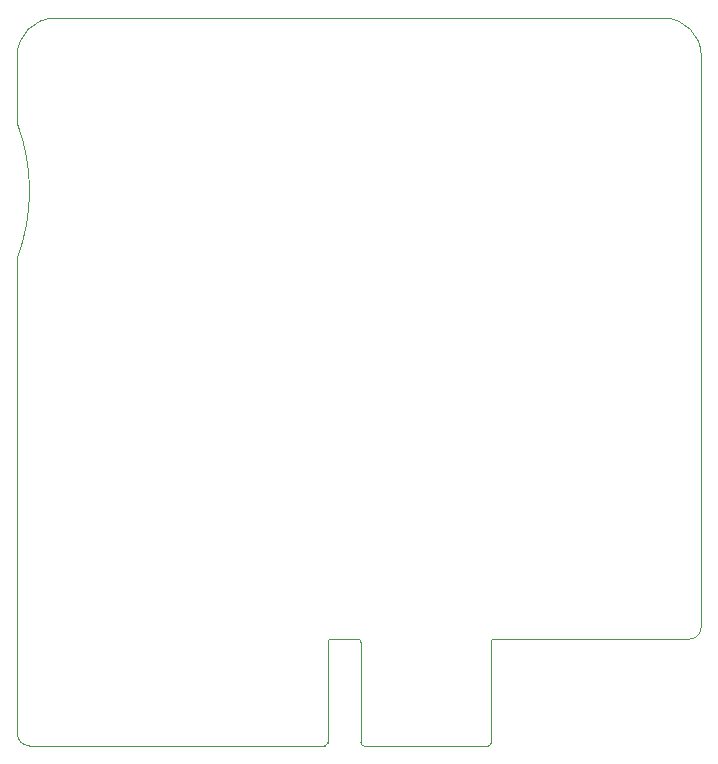
<source format=gm1>
%TF.GenerationSoftware,KiCad,Pcbnew,(5.1.8)-1*%
%TF.CreationDate,2021-04-05T21:14:37+02:00*%
%TF.ProjectId,ZX Cartridge 1983,5a582043-6172-4747-9269-646765203139,rev?*%
%TF.SameCoordinates,Original*%
%TF.FileFunction,Profile,NP*%
%FSLAX46Y46*%
G04 Gerber Fmt 4.6, Leading zero omitted, Abs format (unit mm)*
G04 Created by KiCad (PCBNEW (5.1.8)-1) date 2021-04-05 21:14:37*
%MOMM*%
%LPD*%
G01*
G04 APERTURE LIST*
%TA.AperFunction,Profile*%
%ADD10C,0.025400*%
%TD*%
G04 APERTURE END LIST*
D10*
X177165000Y-111633000D02*
G75*
G03*
X178181000Y-110617000I0J1016000D01*
G01*
X120269000Y-67945000D02*
X120269000Y-62230000D01*
X120269000Y-67945000D02*
G75*
G02*
X120269000Y-79374999I-15239999J-5715000D01*
G01*
X123444000Y-59055000D02*
X175006000Y-59055000D01*
X175006000Y-59055000D02*
G75*
G02*
X178181000Y-62230000I0J-3175000D01*
G01*
X120269000Y-62230000D02*
G75*
G02*
X123444000Y-59055000I3175000J0D01*
G01*
X149606000Y-120650000D02*
X160147000Y-120650000D01*
X160401000Y-120396000D02*
X160401000Y-111887000D01*
X160401000Y-111887000D02*
G75*
G02*
X160655000Y-111633000I254000J0D01*
G01*
X160401000Y-120396000D02*
G75*
G02*
X160147000Y-120650000I-254000J0D01*
G01*
X160655000Y-111633000D02*
X177165000Y-111633000D01*
X146304000Y-120650000D02*
X121285000Y-120650000D01*
X149352000Y-111887000D02*
X149352000Y-120396000D01*
X146812000Y-111633000D02*
X149098000Y-111633000D01*
X146558000Y-120396000D02*
X146558000Y-111887000D01*
X146558000Y-120396000D02*
G75*
G02*
X146304000Y-120650000I-254000J0D01*
G01*
X146558000Y-111887000D02*
G75*
G02*
X146812000Y-111633000I254000J0D01*
G01*
X149098000Y-111633000D02*
G75*
G02*
X149352000Y-111887000I0J-254000D01*
G01*
X149606000Y-120650000D02*
G75*
G02*
X149352000Y-120396000I0J254000D01*
G01*
X178181000Y-62230000D02*
X178181000Y-110617000D01*
X120269000Y-119253000D02*
X120269000Y-119634000D01*
X120269000Y-119634000D02*
G75*
G03*
X121285000Y-120650000I1016000J0D01*
G01*
X120269000Y-79374999D02*
X120269000Y-119253000D01*
M02*

</source>
